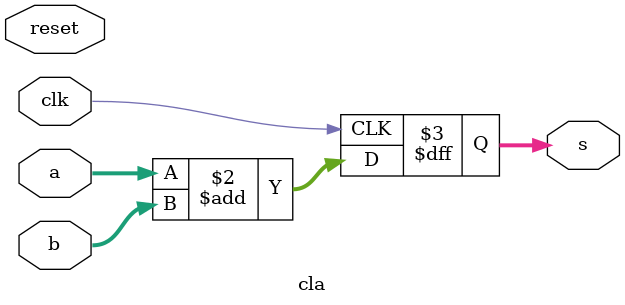
<source format=sv>
module cla
  (
   input wire         clk,
   input wire         reset,
   input wire [31:0]  a,
   input wire [31:0]  b,
   output reg [31:0] s
   );

   always_ff @(posedge clk) begin
      s <= a+b;
   end

endmodule

</source>
